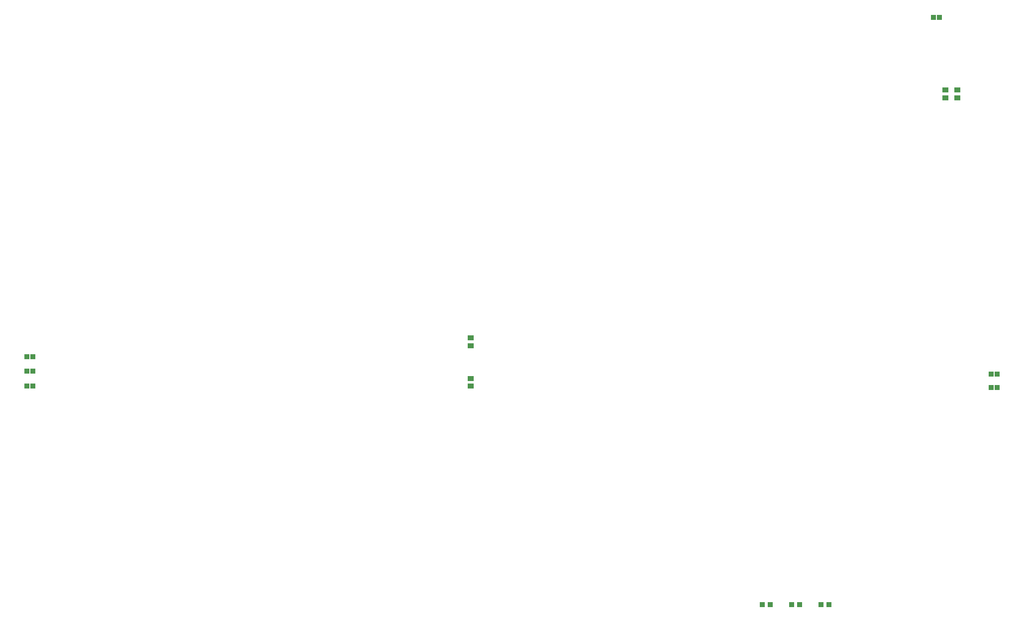
<source format=gbp>
G04*
G04 #@! TF.GenerationSoftware,Altium Limited,Altium Designer,21.4.1 (30)*
G04*
G04 Layer_Color=128*
%FSLAX44Y44*%
%MOMM*%
G71*
G04*
G04 #@! TF.SameCoordinates,A141D3DD-4A5E-4641-B441-74F08AAE2887*
G04*
G04*
G04 #@! TF.FilePolarity,Positive*
G04*
G01*
G75*
%ADD31R,1.0000X0.9000*%
%ADD36R,0.8500X0.9500*%
D31*
X1665000Y948250D02*
D03*
Y961750D02*
D03*
X1685000Y948250D02*
D03*
Y961750D02*
D03*
X857369Y525789D02*
D03*
Y539289D02*
D03*
X857500Y456750D02*
D03*
Y470250D02*
D03*
D36*
X1416500Y85000D02*
D03*
X1403500D02*
D03*
X1366500D02*
D03*
X1353500D02*
D03*
X1466500D02*
D03*
X1453500D02*
D03*
X1742500Y477500D02*
D03*
X1753000D02*
D03*
Y455000D02*
D03*
X1742500D02*
D03*
X1655000Y1085000D02*
D03*
X1644500D02*
D03*
X112500Y457500D02*
D03*
X102000D02*
D03*
Y482500D02*
D03*
X112500D02*
D03*
X102000Y507500D02*
D03*
X112500D02*
D03*
M02*

</source>
